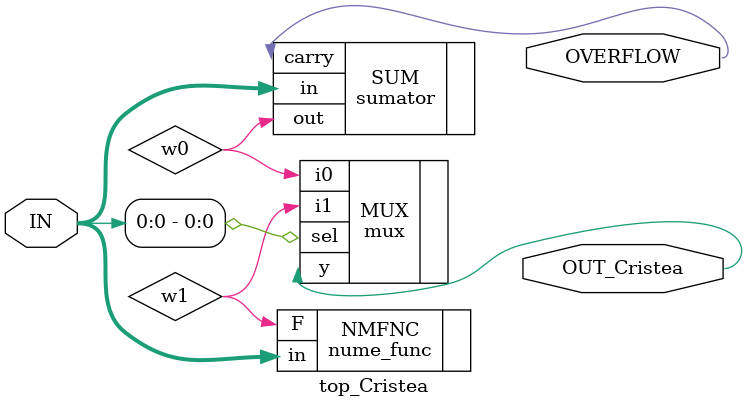
<source format=v>
module top_Cristea
(
   input   [2:0]   IN,
   output          OVERFLOW,
   output          OUT_Cristea
);
   
   wire w0, w1;

   nume_func NMFNC
   (
      .in(IN),
      .F(w1)
   );
   
   sumator SUM
   (
      .in(IN),
      .out(w0),
      .carry(OVERFLOW)
   );
   
   mux MUX
   (
      .i0(w0),
      .i1(w1),
      .sel(IN[0]),
      .y(OUT_Cristea)
   );

endmodule

</source>
